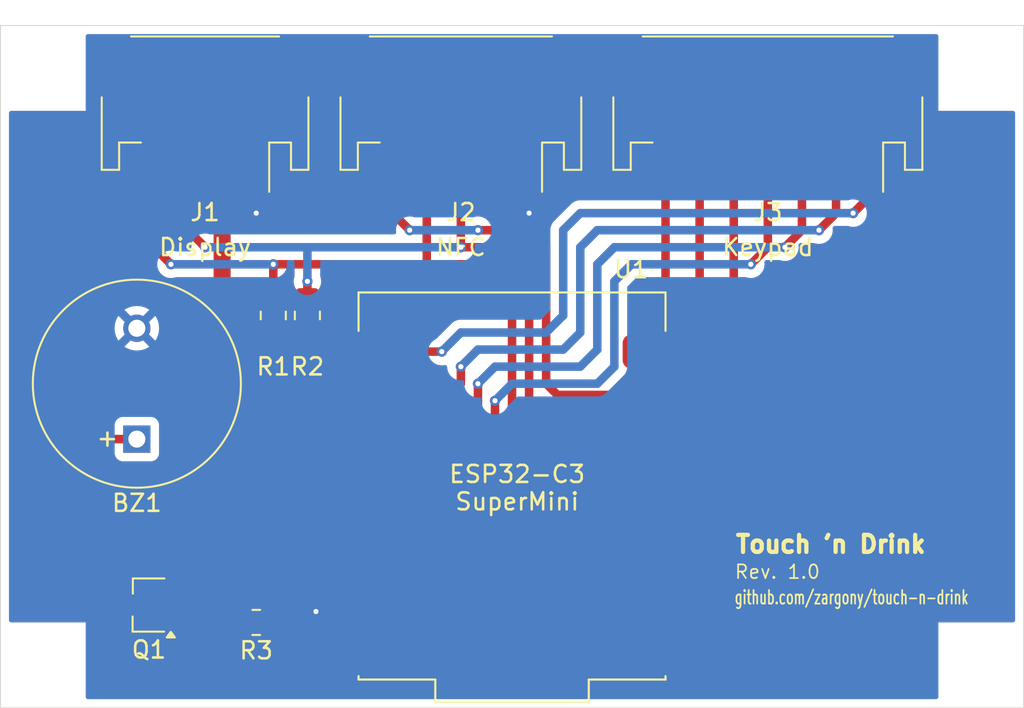
<source format=kicad_pcb>
(kicad_pcb (version 20241229) (generator "pcbnew") (generator_version "9.0")
  (title_block (title "Touch 'n Drink") (date "2024-10-14") (rev "1.0"))
  (layers (0 "F.Cu" signal) (2 "B.Cu" signal) (13 "F.Paste" user) (15 "B.Paste" user) (5 "F.SilkS" user "F.Silkscreen") (7 "B.SilkS" user "B.Silkscreen") (1 "F.Mask" user) (3 "B.Mask" user) (25 "Edge.Cuts" user))
  (net 0 "")
  (net 1 "/NFC_IRQ")
  (net 2 "/KP_Col3")
  (net 3 "/SCL")
  (net 4 "/KP_Col2")
  (net 5 "/SDA")
  (net 6 "/KP_Col1")
  (net 7 "/KP_Row1")
  (net 8 "/KP_Row2")
  (net 9 "GND")
  (net 10 "/KP_Row3")
  (net 11 "+5V")
  (net 12 "/KP_Row4")
  (net 13 "+3.3V")
  (net 14 "/BUZZ")
  (net 15 "Net-(BZ1-+)")
  (net 16 "Net-(Q1-B)")
  (footprint "Resistor_SMD:R_0805_2012Metric_Pad1.20x1.40mm_HandSolder" (layer "F.Cu") (at 88 97 90)
    (property "Reference" "R2" (at -3 0 180) (layer "F.SilkS"))
    (property "Value" "5K" (hide yes))
    (fp_line (start -0.227064 -0.735) (end 0.227064 -0.735) (stroke (width 0.12)) (layer "F.SilkS"))
    (fp_line (start -0.227064 0.735) (end 0.227064 0.735) (stroke (width 0.12)) (layer "F.SilkS"))
    (pad "1" smd roundrect (at -1 0 90) (size 1.2 1.4) (layers "F.Cu" "F.Mask" "F.Paste") (roundrect_rratio 0.208333) (net 13 "+3.3V"))
    (pad "2" smd roundrect (at 1 0 90) (size 1.2 1.4) (layers "F.Cu" "F.Mask" "F.Paste") (roundrect_rratio 0.208333) (net 3 "/SCL"))
  )
  (footprint "Connector_JST:JST_PH_S5B-PH-SM4-TB_1x05-1MP_P2.00mm_Horizontal" (layer "F.Cu") (at 97 85.15 180)
    (property "Reference" "J2" (at 0 -5.8 180) (layer "F.SilkS"))
    (property "Value" "NFC")
    (fp_line (start 7.06 0.94) (end 7.06 -3.31) (stroke (width 0.12)) (layer "F.SilkS"))
    (fp_line (start 7.06 -3.31) (end 6.04 -3.31) (stroke (width 0.12)) (layer "F.SilkS"))
    (fp_line (start 6.04 -1.71) (end 4.76 -1.71) (stroke (width 0.12)) (layer "F.SilkS"))
    (fp_line (start 6.04 -3.31) (end 6.04 -1.71) (stroke (width 0.12)) (layer "F.SilkS"))
    (fp_line (start -4.76 -1.71) (end -4.76 -4.6) (stroke (width 0.12)) (layer "F.SilkS"))
    (fp_line (start -5.34 4.51) (end 5.34 4.51) (stroke (width 0.12)) (layer "F.SilkS"))
    (fp_line (start -6.04 -1.71) (end -4.76 -1.71) (stroke (width 0.12)) (layer "F.SilkS"))
    (fp_line (start -6.04 -3.31) (end -6.04 -1.71) (stroke (width 0.12)) (layer "F.SilkS"))
    (fp_line (start -7.06 0.94) (end -7.06 -3.31) (stroke (width 0.12)) (layer "F.SilkS"))
    (fp_line (start -7.06 -3.31) (end -6.04 -3.31) (stroke (width 0.12)) (layer "F.SilkS"))
    (pad "1" smd roundrect (at -4 -2.85 180) (size 1 3.5) (layers "F.Cu" "F.Mask" "F.Paste") (net 9 "GND"))
    (pad "2" smd roundrect (at -2 -2.85 180) (size 1 3.5) (layers "F.Cu" "F.Mask" "F.Paste") (net 13 "+3.3V"))
    (pad "3" smd roundrect (at 0 -2.85 180) (size 1 3.5) (layers "F.Cu" "F.Mask" "F.Paste") (net 3 "/SCL"))
    (pad "4" smd roundrect (at 2 -2.85 180) (size 1 3.5) (layers "F.Cu" "F.Mask" "F.Paste") (net 5 "/SDA"))
    (pad "5" smd roundrect (at 4 -2.85 180) (size 1 3.5) (layers "F.Cu" "F.Mask" "F.Paste") (net 1 "/NFC_IRQ"))
    (pad "MP" smd roundrect (at -6.35 2.9 180) (size 1.5 3.4) (layers "F.Cu" "F.Mask" "F.Paste") (roundrect_rratio 0.166667))
    (pad "MP" smd roundrect (at 6.35 2.9 180) (size 1.5 3.4) (layers "F.Cu" "F.Mask" "F.Paste") (roundrect_rratio 0.166667))
  )
  (footprint "ESP32-C3_SuperMini:ESP32-C3_SuperMini" (layer "F.Cu") (at 100 107 180)
    (property "Reference" "U1" (at -6.985 12.7 0) (layer "F.SilkS"))
    (property "Value" "ESP32-C3 SuperMini")
    (fp_line (start 9 11.35) (end 9 9.1) (stroke (width 0.127)) (layer "F.SilkS"))
    (fp_line (start 9 11.35) (end -9 11.35) (stroke (width 0.127)) (layer "F.SilkS"))
    (fp_line (start 9 -11.15) (end 9 -11.35) (stroke (width 0.127)) (layer "F.SilkS"))
    (fp_line (start 9 -11.35) (end 4.5 -11.35) (stroke (width 0.127)) (layer "F.SilkS"))
    (fp_line (start 4.5 -12.65) (end 4.5 -11.35) (stroke (width 0.127)) (layer "F.SilkS"))
    (fp_line (start 4.5 -12.65) (end -4.5 -12.65) (stroke (width 0.127)) (layer "F.SilkS"))
    (fp_line (start -4.5 -11.35) (end -9 -11.35) (stroke (width 0.127)) (layer "F.SilkS"))
    (fp_line (start -4.5 -12.65) (end -4.5 -11.35) (stroke (width 0.127)) (layer "F.SilkS"))
    (fp_line (start -9 11.35) (end -9 9.1) (stroke (width 0.127)) (layer "F.SilkS"))
    (fp_line (start -9 -11.15) (end -9 -11.35) (stroke (width 0.127)) (layer "F.SilkS"))
    (pad "0" smd roundrect (at 8.485 7.88 180) (size 4 2) (layers "F.Cu" "F.Mask" "F.Paste") (net 7 "/KP_Row1"))
    (pad "1" smd roundrect (at 8.485 5.34 180) (size 4 2) (layers "F.Cu" "F.Mask" "F.Paste") (net 8 "/KP_Row2"))
    (pad "2" smd roundrect (at 8.485 2.8 180) (size 4 2) (layers "F.Cu" "F.Mask" "F.Paste") (net 10 "/KP_Row3"))
    (pad "3" smd roundrect (at 8.485 0.26 180) (size 4 2) (layers "F.Cu" "F.Mask" "F.Paste") (net 12 "/KP_Row4"))
    (pad "3.3" smd roundrect (at 8.485 -4.82 180) (size 4 2) (layers "F.Cu" "F.Mask" "F.Paste") (net 13 "+3.3V"))
    (pad "4" smd roundrect (at 8.485 -2.28 180) (size 4 2) (layers "F.Cu" "F.Mask" "F.Paste") (net 14 "/BUZZ"))
    (pad "5" smd roundrect (at -8.485 -9.9 180) (size 4 2) (layers "F.Cu" "F.Mask" "F.Paste") (net 6 "/KP_Col1"))
    (pad "5V" smd roundrect (at 8.485 -9.9 180) (size 4 2) (layers "F.Cu" "F.Mask" "F.Paste") (net 11 "+5V"))
    (pad "6" smd roundrect (at -8.485 -7.36 180) (size 4 2) (layers "F.Cu" "F.Mask" "F.Paste") (net 4 "/KP_Col2"))
    (pad "7" smd roundrect (at -8.485 -4.82 180) (size 4 2) (layers "F.Cu" "F.Mask" "F.Paste") (net 2 "/KP_Col3"))
    (pad "8" smd roundrect (at -8.485 -2.28 180) (size 4 2) (layers "F.Cu" "F.Mask" "F.Paste"))
    (pad "9" smd roundrect (at -8.485 0.26 180) (size 4 2) (layers "F.Cu" "F.Mask" "F.Paste") (net 5 "/SDA"))
    (pad "10" smd roundrect (at -8.485 2.8 180) (size 4 2) (layers "F.Cu" "F.Mask" "F.Paste") (net 3 "/SCL"))
    (pad "20" smd roundrect (at -8.485 5.34 180) (size 4 2) (layers "F.Cu" "F.Mask" "F.Paste") (net 1 "/NFC_IRQ"))
    (pad "21" smd roundrect (at -8.485 7.88 180) (size 4 2) (layers "F.Cu" "F.Mask" "F.Paste"))
    (pad "G" smd roundrect (at 8.485 -7.36 180) (size 4 2) (layers "F.Cu" "F.Mask" "F.Paste") (net 9 "GND"))
  )
  (footprint "MountingHole:MountingHole_2.2mm_M2" (layer "F.Cu") (at 72.5 82.5)
    (property "Reference" "H2" (hide yes))
    (property "Value" "MountingHole" (hide yes))
    (pad "" np_thru_hole circle (at 0 0) (size 2.2 2.2) (drill 2.2) (layers "*.Cu" "*.Mask"))
  )
  (footprint "MountingHole:MountingHole_2.2mm_M2" (layer "F.Cu") (at 72.5 117.5)
    (property "Reference" "H1" (hide yes))
    (property "Value" "MountingHole" (hide yes))
    (pad "" np_thru_hole circle (at 0 0) (size 2.2 2.2) (drill 2.2) (layers "*.Cu" "*.Mask"))
  )
  (footprint "Connector_JST:JST_PH_S4B-PH-SM4-TB_1x04-1MP_P2.00mm_Horizontal" (layer "F.Cu") (at 82 85.15 180)
    (property "Reference" "J1" (at 0 -5.8 180) (layer "F.SilkS"))
    (property "Value" "Display")
    (fp_line (start 6.06 0.94) (end 6.06 -3.31) (stroke (width 0.12)) (layer "F.SilkS"))
    (fp_line (start 6.06 -3.31) (end 5.04 -3.31) (stroke (width 0.12)) (layer "F.SilkS"))
    (fp_line (start 5.04 -1.71) (end 3.76 -1.71) (stroke (width 0.12)) (layer "F.SilkS"))
    (fp_line (start 5.04 -3.31) (end 5.04 -1.71) (stroke (width 0.12)) (layer "F.SilkS"))
    (fp_line (start -3.76 -1.71) (end -3.76 -4.6) (stroke (width 0.12)) (layer "F.SilkS"))
    (fp_line (start -4.34 4.51) (end 4.34 4.51) (stroke (width 0.12)) (layer "F.SilkS"))
    (fp_line (start -5.04 -1.71) (end -3.76 -1.71) (stroke (width 0.12)) (layer "F.SilkS"))
    (fp_line (start -5.04 -3.31) (end -5.04 -1.71) (stroke (width 0.12)) (layer "F.SilkS"))
    (fp_line (start -6.06 0.94) (end -6.06 -3.31) (stroke (width 0.12)) (layer "F.SilkS"))
    (fp_line (start -6.06 -3.31) (end -5.04 -3.31) (stroke (width 0.12)) (layer "F.SilkS"))
    (pad "1" smd roundrect (at -3 -2.85 180) (size 1 3.5) (layers "F.Cu" "F.Mask" "F.Paste") (net 9 "GND"))
    (pad "2" smd roundrect (at -1 -2.85 180) (size 1 3.5) (layers "F.Cu" "F.Mask" "F.Paste") (net 13 "+3.3V"))
    (pad "3" smd roundrect (at 1 -2.85 180) (size 1 3.5) (layers "F.Cu" "F.Mask" "F.Paste") (net 3 "/SCL"))
    (pad "4" smd roundrect (at 3 -2.85 180) (size 1 3.5) (layers "F.Cu" "F.Mask" "F.Paste") (net 5 "/SDA"))
    (pad "MP" smd roundrect (at -5.35 2.9 180) (size 1.5 3.4) (layers "F.Cu" "F.Mask" "F.Paste") (roundrect_rratio 0.166667))
    (pad "MP" smd roundrect (at 5.35 2.9 180) (size 1.5 3.4) (layers "F.Cu" "F.Mask" "F.Paste") (roundrect_rratio 0.166667))
  )
  (footprint "Package_TO_SOT_SMD:TSOT-23" (layer "F.Cu") (at 78.71 114 180)
    (property "Reference" "Q1" (at 0 -2.6 180) (layer "F.SilkS"))
    (property "Value" "S8550")
    (fp_line (start 0.96 -1.54) (end 0.96 -0.65) (stroke (width 0.12)) (layer "F.SilkS"))
    (fp_line (start 0.96 -1.54) (end -0.89 -1.54) (stroke (width 0.12)) (layer "F.SilkS"))
    (fp_line (start 0.945 1.58) (end -0.905 1.58) (stroke (width 0.12)) (layer "F.SilkS"))
    (fp_line (start 0.945 0.69) (end 0.945 1.58) (stroke (width 0.12)) (layer "F.SilkS"))
    (fp_poly (pts (xy -1.28 -1.55) (xy -1.52 -1.88) (xy -1.04 -1.88) (xy -1.28 -1.55)) (stroke (width 0.12)) (fill yes) (layer "F.SilkS"))
    (pad "1" smd roundrect (at -1.31 -0.95 180) (size 1.22 0.65) (layers "F.Cu" "F.Mask" "F.Paste") (net 16 "Net-(Q1-B)"))
    (pad "2" smd roundrect (at -1.31 0.95 180) (size 1.22 0.65) (layers "F.Cu" "F.Mask" "F.Paste") (net 13 "+3.3V"))
    (pad "3" smd roundrect (at 1.31 0 180) (size 1.22 0.65) (layers "F.Cu" "F.Mask" "F.Paste") (net 15 "Net-(BZ1-+)"))
  )
  (footprint "MountingHole:MountingHole_2.2mm_M2" (layer "F.Cu") (at 127.5 117.5)
    (property "Reference" "H4" (hide yes))
    (property "Value" "MountingHole" (hide yes))
    (pad "" np_thru_hole circle (at 0 0) (size 2.2 2.2) (drill 2.2) (layers "*.Cu" "*.Mask"))
  )
  (footprint "Buzzer_Beeper:MagneticBuzzer_ProSignal_ABT-410-RC" (layer "F.Cu") (at 78 104.25 90)
    (property "Reference" "BZ1" (at -3.75 0 180) (layer "F.SilkS"))
    (property "Value" "Buzzer")
    (fp_circle (center 3.25 0) (end 9.35 0) (stroke (width 0.12)) (fill no) (layer "F.SilkS"))
    (fp_text user "+" (at 0 -1.8 90) (layer "F.SilkS"))
    (pad "1" thru_hole rect (at 0 0 90) (size 1.6 1.6) (drill 1) (layers "*.Cu" "*.Mask") (net 15 "Net-(BZ1-+)"))
    (pad "2" thru_hole circle (at 6.5 0 90) (size 1.6 1.6) (drill 1) (layers "*.Cu" "*.Mask") (net 9 "GND"))
  )
  (footprint "Connector_JST:JST_PH_S7B-PH-SM4-TB_1x07-1MP_P2.00mm_Horizontal" (layer "F.Cu") (at 115 85.15 180)
    (property "Reference" "J3" (at 0 -5.8 180) (layer "F.SilkS"))
    (property "Value" "Keypad")
    (fp_line (start 9.06 0.94) (end 9.06 -3.31) (stroke (width 0.12)) (layer "F.SilkS"))
    (fp_line (start 9.06 -3.31) (end 8.04 -3.31) (stroke (width 0.12)) (layer "F.SilkS"))
    (fp_line (start 8.04 -1.71) (end 6.76 -1.71) (stroke (width 0.12)) (layer "F.SilkS"))
    (fp_line (start 8.04 -3.31) (end 8.04 -1.71) (stroke (width 0.12)) (layer "F.SilkS"))
    (fp_line (start -6.76 -1.71) (end -6.76 -4.6) (stroke (width 0.12)) (layer "F.SilkS"))
    (fp_line (start -7.34 4.51) (end 7.34 4.51) (stroke (width 0.12)) (layer "F.SilkS"))
    (fp_line (start -8.04 -1.71) (end -6.76 -1.71) (stroke (width 0.12)) (layer "F.SilkS"))
    (fp_line (start -8.04 -3.31) (end -8.04 -1.71) (stroke (width 0.12)) (layer "F.SilkS"))
    (fp_line (start -9.06 0.94) (end -9.06 -3.31) (stroke (width 0.12)) (layer "F.SilkS"))
    (fp_line (start -9.06 -3.31) (end -8.04 -3.31) (stroke (width 0.12)) (layer "F.SilkS"))
    (pad "1" smd roundrect (at -6 -2.85 180) (size 1 3.5) (layers "F.Cu" "F.Mask" "F.Paste") (net 7 "/KP_Row1"))
    (pad "2" smd roundrect (at -4 -2.85 180) (size 1 3.5) (layers "F.Cu" "F.Mask" "F.Paste") (net 8 "/KP_Row2"))
    (pad "3" smd roundrect (at -2 -2.85 180) (size 1 3.5) (layers "F.Cu" "F.Mask" "F.Paste") (net 10 "/KP_Row3"))
    (pad "4" smd roundrect (at 0 -2.85 180) (size 1 3.5) (layers "F.Cu" "F.Mask" "F.Paste") (net 12 "/KP_Row4"))
    (pad "5" smd roundrect (at 2 -2.85 180) (size 1 3.5) (layers "F.Cu" "F.Mask" "F.Paste") (net 6 "/KP_Col1"))
    (pad "6" smd roundrect (at 4 -2.85 180) (size 1 3.5) (layers "F.Cu" "F.Mask" "F.Paste") (net 4 "/KP_Col2"))
    (pad "7" smd roundrect (at 6 -2.85 180) (size 1 3.5) (layers "F.Cu" "F.Mask" "F.Paste") (net 2 "/KP_Col3"))
    (pad "MP" smd roundrect (at -8.35 2.9 180) (size 1.5 3.4) (layers "F.Cu" "F.Mask" "F.Paste") (roundrect_rratio 0.166667))
    (pad "MP" smd roundrect (at 8.35 2.9 180) (size 1.5 3.4) (layers "F.Cu" "F.Mask" "F.Paste") (roundrect_rratio 0.166667))
  )
  (footprint "Resistor_SMD:R_0805_2012Metric_Pad1.20x1.40mm_HandSolder" (layer "F.Cu") (at 85 115 180)
    (property "Reference" "R3" (at 0 -1.65 0) (layer "F.SilkS"))
    (property "Value" "1K")
    (fp_line (start -0.227064 0.735) (end 0.227064 0.735) (stroke (width 0.12)) (layer "F.SilkS"))
    (fp_line (start -0.227064 -0.735) (end 0.227064 -0.735) (stroke (width 0.12)) (layer "F.SilkS"))
    (pad "1" smd roundrect (at -1 0 180) (size 1.2 1.4) (layers "F.Cu" "F.Mask" "F.Paste") (roundrect_rratio 0.208333) (net 14 "/BUZZ"))
    (pad "2" smd roundrect (at 1 0 180) (size 1.2 1.4) (layers "F.Cu" "F.Mask" "F.Paste") (roundrect_rratio 0.208333) (net 16 "Net-(Q1-B)"))
  )
  (footprint "MountingHole:MountingHole_2.2mm_M2" (layer "F.Cu") (at 127.5 82.5)
    (property "Reference" "H3" (hide yes))
    (property "Value" "MountingHole" (hide yes))
    (pad "" np_thru_hole circle (at 0 0) (size 2.2 2.2) (drill 2.2) (layers "*.Cu" "*.Mask"))
  )
  (footprint "Resistor_SMD:R_0805_2012Metric_Pad1.20x1.40mm_HandSolder" (layer "F.Cu") (at 86 97 90)
    (property "Reference" "R1" (at -3 0 180) (layer "F.SilkS"))
    (property "Value" "5K" (hide yes))
    (fp_line (start -0.227064 -0.735) (end 0.227064 -0.735) (stroke (width 0.12)) (layer "F.SilkS"))
    (fp_line (start -0.227064 0.735) (end 0.227064 0.735) (stroke (width 0.12)) (layer "F.SilkS"))
    (pad "1" smd roundrect (at -1 0 90) (size 1.2 1.4) (layers "F.Cu" "F.Mask" "F.Paste") (roundrect_rratio 0.208333) (net 13 "+3.3V"))
    (pad "2" smd roundrect (at 1 0 90) (size 1.2 1.4) (layers "F.Cu" "F.Mask" "F.Paste") (roundrect_rratio 0.208333) (net 5 "/SDA"))
  )
  (gr_rect (start 70 80) (end 130 120) (stroke (width 0.05)) (fill no) (layer "Edge.Cuts"))
  (gr_text "Display" (at 82 93 0) (layer "F.SilkS") (effects (font (size 1 1))))
  (gr_text "NFC" (at 97 93 0) (layer "F.SilkS") (effects (font (size 1 1))))
  (gr_text "ESP32-C3\nSuperMini" (at 100.3 107.11 0) (layer "F.SilkS") (effects (font (size 1 1))))
  (gr_text "Keypad" (at 115 93 0) (layer "F.SilkS") (effects (font (size 1 1))))
  (gr_text "Rev. ${REVISION}" (at 113 112.5 0) (layer "F.SilkS") (effects (font (size 0.8 0.8) (thickness 0.1)) (justify left bottom)))
  (gr_text "github.com/zargony/touch-n-drink" (at 113 114 0) (layer "F.SilkS") (effects (font (size 0.8 0.5) (thickness 0.1)) (justify left bottom)))
  (gr_text "Touch 'n Drink" (at 113 111 0) (layer "F.SilkS") (effects (font (size 1 1) (thickness 0.25) (bold yes)) (justify left bottom)))
  (segment (start 102 101) (end 102.66 101.66) (width 0.5) (layer "F.Cu") (net 1))
  (segment (start 93 91) (end 93 88) (width 0.5) (layer "F.Cu") (net 1))
  (segment (start 102.66 101.66) (end 108.485 101.66) (width 0.5) (layer "F.Cu") (net 1))
  (segment (start 98 92) (end 101 92) (width 0.5) (layer "F.Cu") (net 1))
  (segment (start 94 92) (end 93 91) (width 0.5) (layer "F.Cu") (net 1))
  (segment (start 101 92) (end 102 93) (width 0.5) (layer "F.Cu") (net 1))
  (segment (start 102 93) (end 102 101) (width 0.5) (layer "F.Cu") (net 1))
  (via (at 94 92) (size 0.6) (drill 0.3) (layers "F.Cu" "B.Cu") (net 1))
  (via (at 98 92) (size 0.6) (drill 0.3) (layers "F.Cu" "B.Cu") (net 1))
  (segment (start 98 92) (end 94 92) (width 0.5) (layer "B.Cu") (net 1))
  (segment (start 109 88) (end 109 95) (width 0.5) (layer "F.Cu") (net 2))
  (segment (start 110.485 111.82) (end 108.485 111.82) (width 0.5) (layer "F.Cu") (net 2))
  (segment (start 113 99) (end 113 109.305) (width 0.5) (layer "F.Cu") (net 2))
  (segment (start 113 109.305) (end 110.485 111.82) (width 0.5) (layer "F.Cu") (net 2))
  (segment (start 109 95) (end 113 99) (width 0.5) (layer "F.Cu") (net 2))
  (segment (start 82 93) (end 81 92) (width 0.5) (layer "F.Cu") (net 3))
  (segment (start 97 93) (end 100 93) (width 0.5) (layer "F.Cu") (net 3))
  (segment (start 88 95) (end 88 96) (width 0.5) (layer "F.Cu") (net 3))
  (segment (start 101 103) (end 102.2 104.2) (width 0.5) (layer "F.Cu") (net 3))
  (segment (start 81 92) (end 81 88) (width 0.5) (layer "F.Cu") (net 3))
  (segment (start 101 94) (end 101 103) (width 0.5) (layer "F.Cu") (net 3))
  (segment (start 100 93) (end 101 94) (width 0.5) (layer "F.Cu") (net 3))
  (segment (start 97 93) (end 97 88) (width 0.5) (layer "F.Cu") (net 3))
  (segment (start 102.2 104.2) (end 108.485 104.2) (width 0.5) (layer "F.Cu") (net 3))
  (via (at 97 93) (size 0.6) (drill 0.3) (layers "F.Cu" "B.Cu") (net 3))
  (via (at 88 95) (size 0.6) (drill 0.3) (layers "F.Cu" "B.Cu") (net 3))
  (via (at 82 93) (size 0.6) (drill 0.3) (layers "F.Cu" "B.Cu") (net 3))
  (segment (start 82 93) (end 88 93) (width 0.5) (layer "B.Cu") (net 3))
  (segment (start 88 95) (end 88 93) (width 0.5) (layer "B.Cu") (net 3))
  (segment (start 97 93) (end 88 93) (width 0.5) (layer "B.Cu") (net 3))
  (segment (start 111 95) (end 111 88) (width 0.5) (layer "F.Cu") (net 4))
  (segment (start 114 98) (end 111 95) (width 0.5) (layer "F.Cu") (net 4))
  (segment (start 110.485 114.36) (end 114 110.845) (width 0.5) (layer "F.Cu") (net 4))
  (segment (start 114 110.845) (end 114 98) (width 0.5) (layer "F.Cu") (net 4))
  (segment (start 108.485 114.36) (end 110.485 114.36) (width 0.5) (layer "F.Cu") (net 4))
  (segment (start 95 94) (end 86 94) (width 0.5) (layer "F.Cu") (net 5))
  (segment (start 108.485 106.74) (end 100.74 106.74) (width 0.5) (layer "F.Cu") (net 5))
  (segment (start 100 95) (end 99 94) (width 0.5) (layer "F.Cu") (net 5))
  (segment (start 86 96) (end 86 94) (width 0.5) (layer "F.Cu") (net 5))
  (segment (start 80 94) (end 79 93) (width 0.5) (layer "F.Cu") (net 5))
  (segment (start 100.74 106.74) (end 100 106) (width 0.5) (layer "F.Cu") (net 5))
  (segment (start 79 93) (end 79 88) (width 0.5) (layer "F.Cu") (net 5))
  (segment (start 99 94) (end 95 94) (width 0.5) (layer "F.Cu") (net 5))
  (segment (start 95 94) (end 95 93) (width 0.5) (layer "F.Cu") (net 5))
  (segment (start 95 93) (end 95 88) (width 0.5) (layer "F.Cu") (net 5))
  (segment (start 100 106) (end 100 95) (width 0.5) (layer "F.Cu") (net 5))
  (via (at 80 94) (size 0.6) (drill 0.3) (layers "F.Cu" "B.Cu") (net 5))
  (via (at 86 94) (size 0.6) (drill 0.3) (layers "F.Cu" "B.Cu") (net 5))
  (segment (start 86 94) (end 80 94) (width 0.5) (layer "B.Cu") (net 5))
  (segment (start 113 95) (end 113 88) (width 0.5) (layer "F.Cu") (net 6))
  (segment (start 115 97) (end 113 95) (width 0.5) (layer "F.Cu") (net 6))
  (segment (start 115 113) (end 115 97) (width 0.5) (layer "F.Cu") (net 6))
  (segment (start 108.485 116.9) (end 111.1 116.9) (width 0.5) (layer "F.Cu") (net 6))
  (segment (start 111.1 116.9) (end 115 113) (width 0.5) (layer "F.Cu") (net 6))
  (segment (start 121 90) (end 120 91) (width 0.5) (layer "F.Cu") (net 7))
  (segment (start 91.515 99.12) (end 95.88 99.12) (width 0.5) (layer "F.Cu") (net 7))
  (segment (start 121 88) (end 121 90) (width 0.5) (layer "F.Cu") (net 7))
  (via (at 95.88 99.12) (size 0.6) (drill 0.3) (layers "F.Cu" "B.Cu") (net 7))
  (via (at 120 91) (size 0.6) (drill 0.3) (layers "F.Cu" "B.Cu") (net 7))
  (segment (start 120 91) (end 104 91) (width 0.5) (layer "B.Cu") (net 7))
  (segment (start 103 97) (end 102 98) (width 0.5) (layer "B.Cu") (net 7))
  (segment (start 103 92) (end 103 97) (width 0.5) (layer "B.Cu") (net 7))
  (segment (start 102 98) (end 97 98) (width 0.5) (layer "B.Cu") (net 7))
  (segment (start 104 91) (end 103 92) (width 0.5) (layer "B.Cu") (net 7))
  (segment (start 97 98) (end 95.88 99.12) (width 0.5) (layer "B.Cu") (net 7))
  (segment (start 97 101) (end 96.34 101.66) (width 0.5) (layer "F.Cu") (net 8))
  (segment (start 119 91) (end 118 92) (width 0.5) (layer "F.Cu") (net 8))
  (segment (start 97 100) (end 97 101) (width 0.5) (layer "F.Cu") (net 8))
  (segment (start 96.34 101.66) (end 91.515 101.66) (width 0.5) (layer "F.Cu") (net 8))
  (segment (start 119 88) (end 119 91) (width 0.5) (layer "F.Cu") (net 8))
  (via (at 97 100) (size 0.6) (drill 0.3) (layers "F.Cu" "B.Cu") (net 8))
  (via (at 118 92) (size 0.6) (drill 0.3) (layers "F.Cu" "B.Cu") (net 8))
  (segment (start 98 99) (end 103 99) (width 0.5) (layer "B.Cu") (net 8))
  (segment (start 105 92) (end 118 92) (width 0.5) (layer "B.Cu") (net 8))
  (segment (start 97 100) (end 98 99) (width 0.5) (layer "B.Cu") (net 8))
  (segment (start 104 98) (end 104 93) (width 0.5) (layer "B.Cu") (net 8))
  (segment (start 104 93) (end 105 92) (width 0.5) (layer "B.Cu") (net 8))
  (segment (start 103 99) (end 104 98) (width 0.5) (layer "B.Cu") (net 8))
  (segment (start 85 88) (end 85 91) (width 1) (layer "F.Cu") (net 9))
  (segment (start 101 88) (end 101 91) (width 1) (layer "F.Cu") (net 9))
  (segment (start 88.5 114.36) (end 91.515 114.36) (width 1) (layer "F.Cu") (net 9))
  (via (at 101 91) (size 0.6) (drill 0.3) (layers "F.Cu" "B.Cu") (net 9))
  (via (at 88.5 114.36) (size 0.6) (drill 0.3) (layers "F.Cu" "B.Cu") (net 9))
  (via (at 85 91) (size 0.6) (drill 0.3) (layers "F.Cu" "B.Cu") (net 9))
  (segment (start 96.8 104.2) (end 91.515 104.2) (width 0.5) (layer "F.Cu") (net 10))
  (segment (start 98 103) (end 96.8 104.2) (width 0.5) (layer "F.Cu") (net 10))
  (segment (start 98 101) (end 98 103) (width 0.5) (layer "F.Cu") (net 10))
  (segment (start 117 88) (end 117 92) (width 0.5) (layer "F.Cu") (net 10))
  (segment (start 117 92) (end 116 93) (width 0.5) (layer "F.Cu") (net 10))
  (via (at 116 93) (size 0.6) (drill 0.3) (layers "F.Cu" "B.Cu") (net 10))
  (via (at 98 101) (size 0.6) (drill 0.3) (layers "F.Cu" "B.Cu") (net 10))
  (segment (start 106 93) (end 116 93) (width 0.5) (layer "B.Cu") (net 10))
  (segment (start 99 100) (end 104 100) (width 0.5) (layer "B.Cu") (net 10))
  (segment (start 105 99) (end 105 94) (width 0.5) (layer "B.Cu") (net 10))
  (segment (start 105 94) (end 106 93) (width 0.5) (layer "B.Cu") (net 10))
  (segment (start 98 101) (end 99 100) (width 0.5) (layer "B.Cu") (net 10))
  (segment (start 104 100) (end 105 99) (width 0.5) (layer "B.Cu") (net 10))
  (segment (start 115 93) (end 114 94) (width 0.5) (layer "F.Cu") (net 12))
  (segment (start 115 88) (end 115 93) (width 0.5) (layer "F.Cu") (net 12))
  (segment (start 99 102) (end 99 106) (width 0.5) (layer "F.Cu") (net 12))
  (segment (start 98.26 106.74) (end 91.515 106.74) (width 0.5) (layer "F.Cu") (net 12))
  (segment (start 99 106) (end 98.26 106.74) (width 0.5) (layer "F.Cu") (net 12))
  (via (at 99 102) (size 0.6) (drill 0.3) (layers "F.Cu" "B.Cu") (net 12))
  (via (at 114 94) (size 0.6) (drill 0.3) (layers "F.Cu" "B.Cu") (net 12))
  (segment (start 99 102) (end 100 101) (width 0.5) (layer "B.Cu") (net 12))
  (segment (start 106 100) (end 106 95) (width 0.5) (layer "B.Cu") (net 12))
  (segment (start 107 94) (end 114 94) (width 0.5) (layer "B.Cu") (net 12))
  (segment (start 100 101) (end 105 101) (width 0.5) (layer "B.Cu") (net 12))
  (segment (start 105 101) (end 106 100) (width 0.5) (layer "B.Cu") (net 12))
  (segment (start 106 95) (end 107 94) (width 0.5) (layer "B.Cu") (net 12))
  (segment (start 83 112) (end 91.335 112) (width 1) (layer "F.Cu") (net 13))
  (segment (start 99 86.25) (end 99 88) (width 1) (layer "F.Cu") (net 13))
  (segment (start 83 86) (end 84 85) (width 1) (layer "F.Cu") (net 13))
  (segment (start 83 98) (end 88 98) (width 1) (layer "F.Cu") (net 13))
  (segment (start 83 88) (end 83 86) (width 1) (layer "F.Cu") (net 13))
  (segment (start 97.75 85) (end 99 86.25) (width 1) (layer "F.Cu") (net 13))
  (segment (start 81.95 113.05) (end 80.02 113.05) (width 1) (layer "F.Cu") (net 13))
  (segment (start 83 112) (end 83 88) (width 1) (layer "F.Cu") (net 13))
  (segment (start 83 112) (end 81.95 113.05) (width 1) (layer "F.Cu") (net 13))
  (segment (start 91.335 112) (end 91.515 111.82) (width 1) (layer "F.Cu") (net 13))
  (segment (start 84 85) (end 97.75 85) (width 1) (layer "F.Cu") (net 13))
  (segment (start 91.515 109.28) (end 94.28 109.28) (width 0.5) (layer "F.Cu") (net 14))
  (segment (start 94 119) (end 87 119) (width 0.5) (layer "F.Cu") (net 14))
  (segment (start 87 119) (end 86 118) (width 0.5) (layer "F.Cu") (net 14))
  (segment (start 94.28 109.28) (end 95 110) (width 0.5) (layer "F.Cu") (net 14))
  (segment (start 86 118) (end 86 115) (width 0.5) (layer "F.Cu") (net 14))
  (segment (start 95 118) (end 94 119) (width 0.5) (layer "F.Cu") (net 14))
  (segment (start 95 110) (end 95 118) (width 0.5) (layer "F.Cu") (net 14))
  (segment (start 75.75 104.25) (end 75 105) (width 0.5) (layer "F.Cu") (net 15))
  (segment (start 76 114) (end 75 113) (width 0.5) (layer "F.Cu") (net 15))
  (segment (start 76 114) (end 77.4 114) (width 0.5) (layer "F.Cu") (net 15))
  (segment (start 78 104.25) (end 75.75 104.25) (width 0.5) (layer "F.Cu") (net 15))
  (segment (start 75 105) (end 75 113) (width 0.5) (layer "F.Cu") (net 15))
  (segment (start 80.07 115) (end 80.02 114.95) (width 0.5) (layer "F.Cu") (net 16))
  (segment (start 83.9 114.9) (end 84 115) (width 0.5) (layer "F.Cu") (net 16))
  (segment (start 84 115) (end 80.07 115) (width 0.5) (layer "F.Cu") (net 16))
  (zone (net 0) (net_name "") (layers "F.Cu" "B.Cu") (connect_pads (clearance 0)) (min_thickness 0.25)
    (keepout (tracks allowed) (vias allowed) (pads allowed) (copperpour not_allowed) (footprints allowed))
    (fill (thermal_gap 0.5) (thermal_bridge_width 0.5))
    (polygon (pts (xy 125 80) (xy 125 85) (xy 130 85) (xy 130 80)))
  )
  (zone (net 0) (net_name "") (layers "F.Cu" "B.Cu") (connect_pads (clearance 0)) (min_thickness 0.25)
    (keepout (tracks allowed) (vias allowed) (pads allowed) (copperpour not_allowed) (footprints allowed))
    (fill (thermal_gap 0.5) (thermal_bridge_width 0.5))
    (polygon (pts (xy 125 115) (xy 125 120) (xy 130 120) (xy 130 115)))
  )
  (zone (net 0) (net_name "") (layers "F.Cu" "B.Cu") (connect_pads (clearance 0)) (min_thickness 0.25)
    (keepout (tracks allowed) (vias allowed) (pads allowed) (copperpour not_allowed) (footprints allowed))
    (fill (thermal_gap 0.5) (thermal_bridge_width 0.5))
    (polygon (pts (xy 70 80) (xy 70 85) (xy 75 85) (xy 75 80)))
  )
  (zone (net 0) (net_name "") (layers "F.Cu" "B.Cu") (connect_pads (clearance 0)) (min_thickness 0.25)
    (keepout (tracks allowed) (vias allowed) (pads allowed) (copperpour not_allowed) (footprints allowed))
    (fill (thermal_gap 0.5) (thermal_bridge_width 0.5))
    (polygon (pts (xy 70 115) (xy 70 120) (xy 75 120) (xy 75 115)))
  )
  (zone (net 9) (net_name "GND") (layer "B.Cu") (connect_pads (clearance 0.5)) (min_thickness 0.25) (fill yes (thermal_gap 0.5) (thermal_bridge_width 0.5))
    (polygon (pts (xy 70.5 80.5) (xy 129.5 80.5) (xy 129.5 119.5) (xy 70.5 119.5)))
  )
)
</source>
